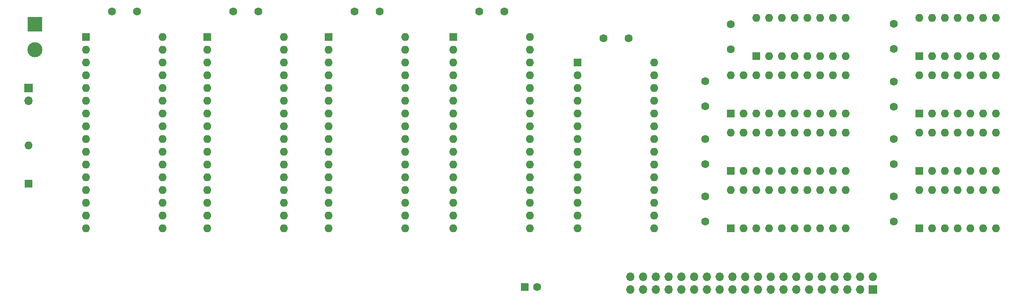
<source format=gbr>
%TF.GenerationSoftware,KiCad,Pcbnew,7.0.10*%
%TF.CreationDate,2024-05-03T22:31:34+02:00*%
%TF.ProjectId,p2000t-ram-expansion-board-2080kb,70323030-3074-42d7-9261-6d2d65787061,rev?*%
%TF.SameCoordinates,Original*%
%TF.FileFunction,Soldermask,Top*%
%TF.FilePolarity,Negative*%
%FSLAX46Y46*%
G04 Gerber Fmt 4.6, Leading zero omitted, Abs format (unit mm)*
G04 Created by KiCad (PCBNEW 7.0.10) date 2024-05-03 22:31:34*
%MOMM*%
%LPD*%
G01*
G04 APERTURE LIST*
%ADD10C,1.600000*%
%ADD11R,1.600000X1.600000*%
%ADD12O,1.600000X1.600000*%
%ADD13R,1.700000X1.700000*%
%ADD14O,1.700000X1.700000*%
%ADD15R,3.000000X3.000000*%
%ADD16C,3.000000*%
G04 APERTURE END LIST*
D10*
%TO.C,C1*%
X160215000Y-77213600D03*
X155215000Y-77213600D03*
%TD*%
D11*
%TO.C,U5*%
X180535000Y-115008800D03*
D12*
X183075000Y-115008800D03*
X185615000Y-115008800D03*
X188155000Y-115008800D03*
X190695000Y-115008800D03*
X193235000Y-115008800D03*
X195775000Y-115008800D03*
X198315000Y-115008800D03*
X200855000Y-115008800D03*
X203395000Y-115008800D03*
X203395000Y-107388800D03*
X200855000Y-107388800D03*
X198315000Y-107388800D03*
X195775000Y-107388800D03*
X193235000Y-107388800D03*
X190695000Y-107388800D03*
X188155000Y-107388800D03*
X185615000Y-107388800D03*
X183075000Y-107388800D03*
X180535000Y-107388800D03*
%TD*%
D11*
%TO.C,U2*%
X52260000Y-76908800D03*
D12*
X52260000Y-79448800D03*
X52260000Y-81988800D03*
X52260000Y-84528800D03*
X52260000Y-87068800D03*
X52260000Y-89608800D03*
X52260000Y-92148800D03*
X52260000Y-94688800D03*
X52260000Y-97228800D03*
X52260000Y-99768800D03*
X52260000Y-102308800D03*
X52260000Y-104848800D03*
X52260000Y-107388800D03*
X52260000Y-109928800D03*
X52260000Y-112468800D03*
X52260000Y-115008800D03*
X67500000Y-115008800D03*
X67500000Y-112468800D03*
X67500000Y-109928800D03*
X67500000Y-107388800D03*
X67500000Y-104848800D03*
X67500000Y-102308800D03*
X67500000Y-99768800D03*
X67500000Y-97228800D03*
X67500000Y-94688800D03*
X67500000Y-92148800D03*
X67500000Y-89608800D03*
X67500000Y-87068800D03*
X67500000Y-84528800D03*
X67500000Y-81988800D03*
X67500000Y-79448800D03*
X67500000Y-76908800D03*
%TD*%
D10*
%TO.C,C9*%
X175455000Y-97228800D03*
X175455000Y-102228800D03*
%TD*%
%TO.C,C11*%
X180535000Y-74375000D03*
X180535000Y-79375000D03*
%TD*%
%TO.C,C13*%
X175455000Y-108665000D03*
X175455000Y-113665000D03*
%TD*%
D11*
%TO.C,U12*%
X185615000Y-80718800D03*
D12*
X188155000Y-80718800D03*
X190695000Y-80718800D03*
X193235000Y-80718800D03*
X195775000Y-80718800D03*
X198315000Y-80718800D03*
X200855000Y-80718800D03*
X203395000Y-80718800D03*
X203395000Y-73098800D03*
X200855000Y-73098800D03*
X198315000Y-73098800D03*
X195775000Y-73098800D03*
X193235000Y-73098800D03*
X190695000Y-73098800D03*
X188155000Y-73098800D03*
X185615000Y-73098800D03*
%TD*%
D10*
%TO.C,C2*%
X212915000Y-85838800D03*
X212915000Y-90838800D03*
%TD*%
D11*
%TO.C,D1*%
X40835000Y-106118800D03*
D12*
X40835000Y-98498800D03*
%TD*%
D10*
%TO.C,C14*%
X212915000Y-74335000D03*
X212915000Y-79335000D03*
%TD*%
D11*
%TO.C,U11*%
X125290000Y-76908800D03*
D12*
X125290000Y-79448800D03*
X125290000Y-81988800D03*
X125290000Y-84528800D03*
X125290000Y-87068800D03*
X125290000Y-89608800D03*
X125290000Y-92148800D03*
X125290000Y-94688800D03*
X125290000Y-97228800D03*
X125290000Y-99768800D03*
X125290000Y-102308800D03*
X125290000Y-104848800D03*
X125290000Y-107388800D03*
X125290000Y-109928800D03*
X125290000Y-112468800D03*
X125290000Y-115008800D03*
X140530000Y-115008800D03*
X140530000Y-112468800D03*
X140530000Y-109928800D03*
X140530000Y-107388800D03*
X140530000Y-104848800D03*
X140530000Y-102308800D03*
X140530000Y-99768800D03*
X140530000Y-97228800D03*
X140530000Y-94688800D03*
X140530000Y-92148800D03*
X140530000Y-89608800D03*
X140530000Y-87068800D03*
X140530000Y-84528800D03*
X140530000Y-81988800D03*
X140530000Y-79448800D03*
X140530000Y-76908800D03*
%TD*%
D10*
%TO.C,C5*%
X86555000Y-71828800D03*
X81555000Y-71828800D03*
%TD*%
%TO.C,C12*%
X175455000Y-85765000D03*
X175455000Y-90765000D03*
%TD*%
%TO.C,C6*%
X62435800Y-71828800D03*
X57435800Y-71828800D03*
%TD*%
D11*
%TO.C,U1*%
X217995000Y-115008800D03*
D12*
X220535000Y-115008800D03*
X223075000Y-115008800D03*
X225615000Y-115008800D03*
X228155000Y-115008800D03*
X230695000Y-115008800D03*
X233235000Y-115008800D03*
X233235000Y-107388800D03*
X230695000Y-107388800D03*
X228155000Y-107388800D03*
X225615000Y-107388800D03*
X223075000Y-107388800D03*
X220535000Y-107388800D03*
X217995000Y-107388800D03*
%TD*%
D10*
%TO.C,C7*%
X110685000Y-71828800D03*
X105685000Y-71828800D03*
%TD*%
D11*
%TO.C,U8*%
X180540000Y-92148800D03*
D12*
X183080000Y-92148800D03*
X185620000Y-92148800D03*
X188160000Y-92148800D03*
X190700000Y-92148800D03*
X193240000Y-92148800D03*
X195780000Y-92148800D03*
X198320000Y-92148800D03*
X200860000Y-92148800D03*
X203400000Y-92148800D03*
X203400000Y-84528800D03*
X200860000Y-84528800D03*
X198320000Y-84528800D03*
X195780000Y-84528800D03*
X193240000Y-84528800D03*
X190700000Y-84528800D03*
X188160000Y-84528800D03*
X185620000Y-84528800D03*
X183080000Y-84528800D03*
X180540000Y-84528800D03*
%TD*%
D11*
%TO.C,U9*%
X76395000Y-76908800D03*
D12*
X76395000Y-79448800D03*
X76395000Y-81988800D03*
X76395000Y-84528800D03*
X76395000Y-87068800D03*
X76395000Y-89608800D03*
X76395000Y-92148800D03*
X76395000Y-94688800D03*
X76395000Y-97228800D03*
X76395000Y-99768800D03*
X76395000Y-102308800D03*
X76395000Y-104848800D03*
X76395000Y-107388800D03*
X76395000Y-109928800D03*
X76395000Y-112468800D03*
X76395000Y-115008800D03*
X91635000Y-115008800D03*
X91635000Y-112468800D03*
X91635000Y-109928800D03*
X91635000Y-107388800D03*
X91635000Y-104848800D03*
X91635000Y-102308800D03*
X91635000Y-99768800D03*
X91635000Y-97228800D03*
X91635000Y-94688800D03*
X91635000Y-92148800D03*
X91635000Y-89608800D03*
X91635000Y-87068800D03*
X91635000Y-84528800D03*
X91635000Y-81988800D03*
X91635000Y-79448800D03*
X91635000Y-76908800D03*
%TD*%
D11*
%TO.C,C3*%
X139500000Y-126743600D03*
D10*
X142000000Y-126743600D03*
%TD*%
%TO.C,C10*%
X212915000Y-97228800D03*
X212915000Y-102228800D03*
%TD*%
%TO.C,C4*%
X135450000Y-71828800D03*
X130450000Y-71828800D03*
%TD*%
D11*
%TO.C,U4*%
X150055000Y-81988800D03*
D12*
X150055000Y-84528800D03*
X150055000Y-87068800D03*
X150055000Y-89608800D03*
X150055000Y-92148800D03*
X150055000Y-94688800D03*
X150055000Y-97228800D03*
X150055000Y-99768800D03*
X150055000Y-102308800D03*
X150055000Y-104848800D03*
X150055000Y-107388800D03*
X150055000Y-109928800D03*
X150055000Y-112468800D03*
X150055000Y-115008800D03*
X165295000Y-115008800D03*
X165295000Y-112468800D03*
X165295000Y-109928800D03*
X165295000Y-107388800D03*
X165295000Y-104848800D03*
X165295000Y-102308800D03*
X165295000Y-99768800D03*
X165295000Y-97228800D03*
X165295000Y-94688800D03*
X165295000Y-92148800D03*
X165295000Y-89608800D03*
X165295000Y-87068800D03*
X165295000Y-84528800D03*
X165295000Y-81988800D03*
%TD*%
D11*
%TO.C,U13*%
X217995000Y-103588800D03*
D12*
X220535000Y-103588800D03*
X223075000Y-103588800D03*
X225615000Y-103588800D03*
X228155000Y-103588800D03*
X230695000Y-103588800D03*
X233235000Y-103588800D03*
X233235000Y-95968800D03*
X230695000Y-95968800D03*
X228155000Y-95968800D03*
X225615000Y-95968800D03*
X223075000Y-95968800D03*
X220535000Y-95968800D03*
X217995000Y-95968800D03*
%TD*%
D13*
%TO.C,J2*%
X40835000Y-87068800D03*
D14*
X40835000Y-89608800D03*
%TD*%
D11*
%TO.C,U6*%
X217995000Y-80718800D03*
D12*
X220535000Y-80718800D03*
X223075000Y-80718800D03*
X225615000Y-80718800D03*
X228155000Y-80718800D03*
X230695000Y-80718800D03*
X233235000Y-80718800D03*
X233235000Y-73098800D03*
X230695000Y-73098800D03*
X228155000Y-73098800D03*
X225615000Y-73098800D03*
X223075000Y-73098800D03*
X220535000Y-73098800D03*
X217995000Y-73098800D03*
%TD*%
D10*
%TO.C,C8*%
X212915000Y-108658800D03*
X212915000Y-113658800D03*
%TD*%
D11*
%TO.C,U10*%
X100525000Y-76908800D03*
D12*
X100525000Y-79448800D03*
X100525000Y-81988800D03*
X100525000Y-84528800D03*
X100525000Y-87068800D03*
X100525000Y-89608800D03*
X100525000Y-92148800D03*
X100525000Y-94688800D03*
X100525000Y-97228800D03*
X100525000Y-99768800D03*
X100525000Y-102308800D03*
X100525000Y-104848800D03*
X100525000Y-107388800D03*
X100525000Y-109928800D03*
X100525000Y-112468800D03*
X100525000Y-115008800D03*
X115765000Y-115008800D03*
X115765000Y-112468800D03*
X115765000Y-109928800D03*
X115765000Y-107388800D03*
X115765000Y-104848800D03*
X115765000Y-102308800D03*
X115765000Y-99768800D03*
X115765000Y-97228800D03*
X115765000Y-94688800D03*
X115765000Y-92148800D03*
X115765000Y-89608800D03*
X115765000Y-87068800D03*
X115765000Y-84528800D03*
X115765000Y-81988800D03*
X115765000Y-79448800D03*
X115765000Y-76908800D03*
%TD*%
D15*
%TO.C,J3*%
X42105000Y-74368800D03*
D16*
X42105000Y-79448800D03*
%TD*%
D11*
%TO.C,U3*%
X218000000Y-92158800D03*
D12*
X220540000Y-92158800D03*
X223080000Y-92158800D03*
X225620000Y-92158800D03*
X228160000Y-92158800D03*
X230700000Y-92158800D03*
X233240000Y-92158800D03*
X233240000Y-84538800D03*
X230700000Y-84538800D03*
X228160000Y-84538800D03*
X225620000Y-84538800D03*
X223080000Y-84538800D03*
X220540000Y-84538800D03*
X218000000Y-84538800D03*
%TD*%
D11*
%TO.C,U7*%
X180535000Y-103578800D03*
D12*
X183075000Y-103578800D03*
X185615000Y-103578800D03*
X188155000Y-103578800D03*
X190695000Y-103578800D03*
X193235000Y-103578800D03*
X195775000Y-103578800D03*
X198315000Y-103578800D03*
X200855000Y-103578800D03*
X203395000Y-103578800D03*
X203395000Y-95958800D03*
X200855000Y-95958800D03*
X198315000Y-95958800D03*
X195775000Y-95958800D03*
X193235000Y-95958800D03*
X190695000Y-95958800D03*
X188155000Y-95958800D03*
X185615000Y-95958800D03*
X183075000Y-95958800D03*
X180535000Y-95958800D03*
%TD*%
D13*
%TO.C,J1*%
X208825600Y-127251600D03*
D14*
X208825600Y-124711600D03*
X206285600Y-127251600D03*
X206285600Y-124711600D03*
X203745600Y-127251600D03*
X203745600Y-124711600D03*
X201205600Y-127251600D03*
X201205600Y-124711600D03*
X198665600Y-127251600D03*
X198665600Y-124711600D03*
X196125600Y-127251600D03*
X196125600Y-124711600D03*
X193585600Y-127251600D03*
X193585600Y-124711600D03*
X191045600Y-127251600D03*
X191045600Y-124711600D03*
X188505600Y-127251600D03*
X188505600Y-124711600D03*
X185965600Y-127251600D03*
X185965600Y-124711600D03*
X183425600Y-127251600D03*
X183425600Y-124711600D03*
X180885600Y-127251600D03*
X180885600Y-124711600D03*
X178345600Y-127251600D03*
X178345600Y-124711600D03*
X175805600Y-127251600D03*
X175805600Y-124711600D03*
X173265600Y-127251600D03*
X173265600Y-124711600D03*
X170725600Y-127251600D03*
X170725600Y-124711600D03*
X168185600Y-127251600D03*
X168185600Y-124711600D03*
X165645600Y-127251600D03*
X165645600Y-124711600D03*
X163105600Y-127251600D03*
X163105600Y-124711600D03*
X160565600Y-127251600D03*
X160565600Y-124711600D03*
%TD*%
M02*

</source>
